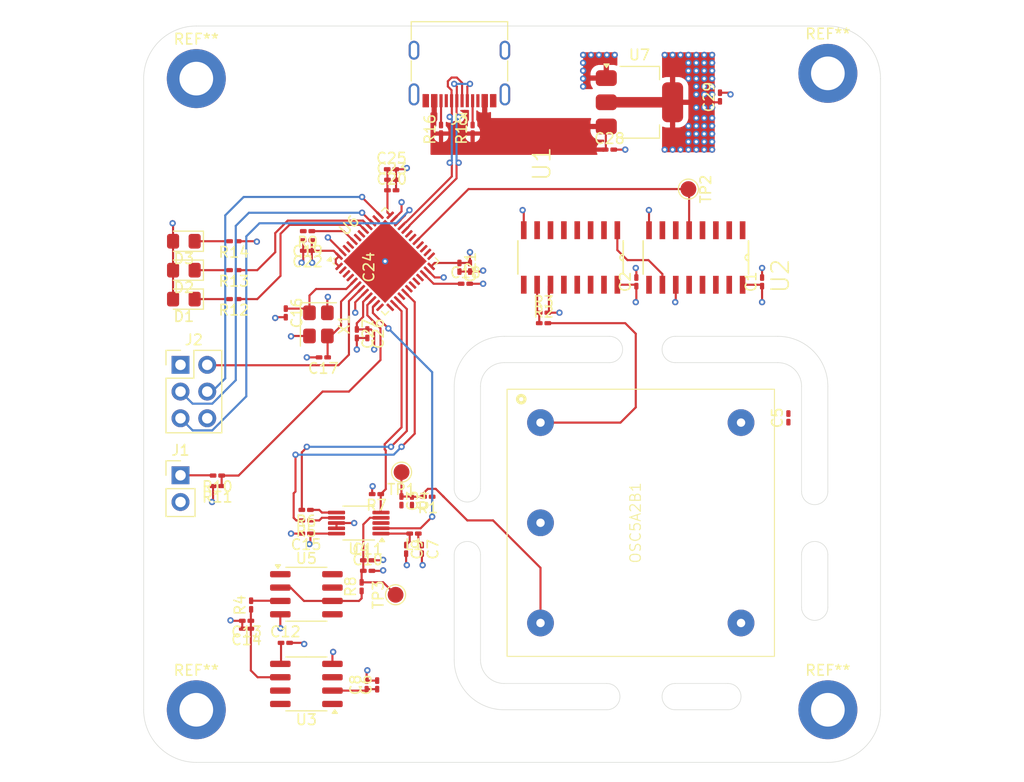
<source format=kicad_pcb>
(kicad_pcb (version 20241229) (generator "pcbnew") (generator_version "9.0")
  (layers (0 "F.Cu" signal) (4 "In1.Cu" signal) (6 "In2.Cu" signal) (2 "B.Cu" signal) (13 "F.Paste" user) (15 "B.Paste" user) (5 "F.SilkS" user "F.Silkscreen") (7 "B.SilkS" user "B.Silkscreen") (1 "F.Mask" user) (3 "B.Mask" user) (25 "Edge.Cuts" user))
  (net 0 "")
  (net 2 "VCC_5V")
  (net 3 "OCXO_Vref")
  (net 4 "GND")
  (net 5 "OCXO_Out")
  (net 17 "CNT_Q11")
  (net 21 "DAC_Vref")
  (net 30 "Net-(OSC5A2B1-Vref)")
  (net 31 "AD5541A_CS")
  (net 32 "AD5541A_DIN")
  (net 33 "AD5541A_SCLK")
  (net 34 "V_OCXO_Buffer")
  (net 35 "Net-(U4-VDD)")
  (net 36 "Net-(U3-Trim{slash}NR)")
  (net 37 "Net-(U3-Vout)")
  (net 38 "VDDA_3V3")
  (net 39 "OSC_IN")
  (net 40 "OSC_OUT")
  (net 41 "Net-(U6-VCAP1)")
  (net 42 "Net-(D1-K)")
  (net 43 "Net-(D2-K)")
  (net 44 "Net-(D3-K)")
  (net 45 "PPS_5V")
  (net 46 "SWCLK")
  (net 47 "SWO")
  (net 48 "SWDIO")
  (net 49 "NRST")
  (net 50 "Net-(J3-CC2)")
  (net 51 "Net-(J3-CC1)")
  (net 52 "Net-(U5-+)")
  (net 53 "Net-(U4-DIN)")
  (net 54 "Net-(U4-SCLK)")
  (net 55 "Net-(U6-BOOT0)")
  (net 56 "PPS_3V3")
  (net 57 "LED1")
  (net 58 "LED2")
  (net 85 "Net-(U1-~CP)")
  (net 86 "OCXO_625KHZ")
  (net 89 "USB_P")
  (net 90 "USB_N")
  (footprint "LED_SMD:LED_0805_2012Metric_Pad1.15x1.40mm_HandSolder" (layer "F.Cu") (at 111.5675 85.21 180)
    (property "Reference" "D3")
    (property "Value" "LED")
  )
  (footprint "Package_SO:SOIC-8_3.9x4.9mm_P1.27mm" (layer "F.Cu") (at 123.2075 118.7675)
    (property "Reference" "U5")
    (property "Value" "OPA197xD")
  )
  (footprint "MountingHole:MountingHole_3.2mm_M3_DIN965_Pad_TopBottom" (layer "F.Cu") (at 112.75 69.75)
    (property "Reference" "REF**")
    (property "Value" "MountingHole_3.2mm_M3_DIN965_Pad_TopBottom")
  )
  (footprint "Resistor_SMD:R_0201_0603Metric_Pad0.64x0.40mm_HandSolder" (layer "F.Cu") (at 134.75 109.5 180)
    (property "Reference" "R1")
    (property "Value" "100")
  )
  (footprint "Capacitor_SMD:C_0201_0603Metric_Pad0.64x0.40mm_HandSolder" (layer "F.Cu") (at 138.3175 89.25)
    (property "Reference" "C18")
    (property "Value" "4.7u")
  )
  (footprint "Resistor_SMD:R_0201_0603Metric_Pad0.64x0.40mm_HandSolder" (layer "F.Cu") (at 145.7375 93)
    (property "Reference" "R2")
    (property "Value" "1.1k")
  )
  (footprint "Capacitor_SMD:C_0201_0603Metric_Pad0.64x0.40mm_HandSolder" (layer "F.Cu") (at 133.2375 109.885 -90)
    (property "Reference" "C4")
    (property "Value" "100n")
  )
  (footprint "Connector_PinHeader_2.54mm:PinHeader_1x02_P2.54mm_Vertical" (layer "F.Cu") (at 111.25 107.46)
    (property "Reference" "J1")
    (property "Value" "Conn_01x02")
  )
  (footprint "Capacitor_SMD:C_0201_0603Metric_Pad0.64x0.40mm_HandSolder" (layer "F.Cu") (at 169 102 90)
    (property "Reference" "C5")
    (property "Value" "100n")
  )
  (footprint "Capacitor_SMD:C_0201_0603Metric_Pad0.64x0.40mm_HandSolder" (layer "F.Cu") (at 137.75 87.6825 -90)
    (property "Reference" "C21")
    (property "Value" "100n")
  )
  (footprint "Resistor_SMD:R_0201_0603Metric_Pad0.64x0.40mm_HandSolder" (layer "F.Cu") (at 116.3175 87.96 180)
    (property "Reference" "R13")
    (property "Value" "1.1k")
  )
  (footprint "Resistor_SMD:R_0201_0603Metric_Pad0.64x0.40mm_HandSolder" (layer "F.Cu") (at 145.7375 92)
    (property "Reference" "R3")
    (property "Value" "2.2k")
  )
  (footprint "TestPoint:TestPoint_Pad_D1.5mm" (layer "F.Cu") (at 131.6825 118.8175 90)
    (property "Reference" "TP3")
    (property "Value" "TestPoint")
  )
  (footprint "Crystal:Crystal_SMD_3225-4Pin_3.2x2.5mm" (layer "F.Cu") (at 124.35 93.115 -90)
    (property "Reference" "X1")
    (property "Value" "X322516MLB4SI")
  )
  (footprint "Capacitor_SMD:C_0201_0603Metric_Pad0.64x0.40mm_HandSolder" (layer "F.Cu") (at 121.2075 123.3875)
    (property "Reference" "C12")
    (property "Value" "1u")
  )
  (footprint "Package_DFN_QFN:QFN-48-1EP_7x7mm_P0.5mm_EP5.6x5.6mm" (layer "F.Cu") (at 130.6875 87.115 45)
    (property "Reference" "U6")
    (property "Value" "STM32F411CEUx")
  )
  (footprint "Capacitor_SMD:C_0201_0603Metric_Pad0.64x0.40mm_HandSolder" (layer "F.Cu") (at 123.1825 113 180)
    (property "Reference" "C15")
    (property "Value" "100n")
  )
  (footprint "Capacitor_SMD:C_0201_0603Metric_Pad0.64x0.40mm_HandSolder" (layer "F.Cu") (at 131.3175 80.365)
    (property "Reference" "C20")
    (property "Value" "100n")
  )
  (footprint "Resistor_SMD:R_0201_0603Metric_Pad0.64x0.40mm_HandSolder" (layer "F.Cu") (at 128.4575 118.0425 90)
    (property "Reference" "R8")
    (property "Value" "33")
  )
  (footprint "Capacitor_SMD:C_0201_0603Metric_Pad0.64x0.40mm_HandSolder" (layer "F.Cu") (at 138.75 87.6825 -90)
    (property "Reference" "C24")
    (property "Value" "100n")
  )
  (footprint "Capacitor_SMD:C_0201_0603Metric_Pad0.64x0.40mm_HandSolder" (layer "F.Cu") (at 129.025 115.5425)
    (property "Reference" "C11")
    (property "Value" "100n")
  )
  (footprint "Capacitor_SMD:C_0201_0603Metric_Pad0.64x0.40mm_HandSolder" (layer "F.Cu") (at 132.2375 109.885 -90)
    (property "Reference" "C3")
    (property "Value" "10u")
  )
  (footprint "Resistor_SMD:R_0201_0603Metric_Pad0.64x0.40mm_HandSolder" (layer "F.Cu") (at 136 74.5675 90)
    (property "Reference" "R16")
    (property "Value" "22k")
  )
  (footprint "Resistor_SMD:R_0201_0603Metric_Pad0.64x0.40mm_HandSolder" (layer "F.Cu") (at 114.75 108.485 180)
    (property "Reference" "R11")
    (property "Value" "2.2k")
  )
  (footprint "Capacitor_SMD:C_0201_0603Metric_Pad0.64x0.40mm_HandSolder" (layer "F.Cu") (at 128 94 -90)
    (property "Reference" "C27")
    (property "Value" "100n")
  )
  (footprint "Package_TO_SOT_SMD:SOT-223-3_TabPin2" (layer "F.Cu") (at 154.85 72)
    (property "Reference" "U7")
    (property "Value" "AMS1117-3.3")
  )
  (footprint "LED_SMD:LED_0805_2012Metric_Pad1.15x1.40mm_HandSolder" (layer "F.Cu") (at 111.5675 90.71 180)
    (property "Reference" "D1")
    (property "Value" "LED")
  )
  (footprint "Capacitor_SMD:C_0201_0603Metric_Pad0.64x0.40mm_HandSolder" (layer "F.Cu") (at 134.1825 114.5 -90)
    (property "Reference" "C7")
    (property "Value" "100n")
  )
  (footprint "Capacitor_SMD:C_0201_0603Metric_Pad0.64x0.40mm_HandSolder" (layer "F.Cu") (at 124.8175 96.25 180)
    (property "Reference" "C17")
    (property "Value" "12p")
  )
  (footprint "Resistor_SMD:R_0201_0603Metric_Pad0.64x0.40mm_HandSolder" (layer "F.Cu") (at 116.3175 90.71 180)
    (property "Reference" "R12")
    (property "Value" "1.1k")
  )
  (footprint "TestPoint:TestPoint_Pad_D1.5mm" (layer "F.Cu") (at 159.5 80.25 -90)
    (property "Reference" "TP2")
    (property "Value" "TestPoint")
  )
  (footprint "MountingHole:MountingHole_3.2mm_M3_DIN965_Pad_TopBottom" (layer "F.Cu") (at 172.75 129.75)
    (property "Reference" "REF**")
    (property "Value" "MountingHole_3.2mm_M3_DIN965_Pad_TopBottom")
  )
  (footprint "Capacitor_SMD:C_0201_0603Metric_Pad0.64x0.40mm_HandSolder" (layer "F.Cu") (at 128.9325 127.385 90)
    (property "Reference" "C8")
    (property "Value" "100n")
  )
  (footprint "Resistor_SMD:R_0201_0603Metric_Pad0.64x0.40mm_HandSolder" (layer "F.Cu") (at 123.3175 84.25 180)
    (property "Reference" "R9")
    (property "Value" "10k")
  )
  (footprint "Connector_USB:USB_C_Receptacle_G-Switch_GT-USB-7010ASV" (layer "F.Cu") (at 137.75 68.125 180)
    (property "Reference" "J3")
    (property "Value" "USB_C_Receptacle_USB2.0_14P")
  )
  (footprint "MountingHole:MountingHole_3.2mm_M3_DIN965_Pad_TopBottom" (layer "F.Cu") (at 172.75 69.25)
    (property "Reference" "REF**")
    (property "Value" "MountingHole_3.2mm_M3_DIN965_Pad_TopBottom")
  )
  (footprint "nexperia:SOIC127P600X175-16N" (layer "F.Cu") (at 148.305 86.75 -90)
    (property "Reference" "U1")
    (property "Value" "74HC4040D_652")
  )
  (footprint "Resistor_SMD:R_0201_0603Metric_Pad0.64x0.40mm_HandSolder" (layer "F.Cu") (at 123.1825 110.75 180)
    (property "Reference" "R6")
    (property "Value" "100")
  )
  (footprint "nexperia:SOIC127P600X175-16N" (layer "F.Cu") (at 160.205 86.755 -90)
    (property "Reference" "U2")
    (property "Value" "74HC4040D_652")
  )
  (footprint "Capacitor_SMD:C_0201_0603Metric_Pad0.64x0.40mm_HandSolder" (layer "F.Cu") (at 166.5 89.0675 90)
    (property "Reference" "C1")
    (property "Value" "100n")
  )
  (footprint "Package_SO:MSOP-10_3x3mm_P0.5mm" (layer "F.Cu") (at 128.1825 112 180)
    (property "Reference" "U4")
    (property "Value" "AD5541A")
  )
  (footprint "Capacitor_SMD:C_0201_0603Metric_Pad0.64x0.40mm_HandSolder" (layer "F.Cu") (at 162.5 71.5 90)
    (property "Reference" "C29")
    (property "Value" "10u")
  )
  (footprint "Capacitor_SMD:C_0201_0603Metric_Pad0.64x0.40mm_HandSolder" (layer "F.Cu") (at 133.4325 113 180)
    (property "Reference" "L1")
    (property "Value" "10u")
  )
  (footprint "Capacitor_SMD:C_0201_0603Metric_Pad0.64x0.40mm_HandSolder" (layer "F.Cu") (at 129.9325 127.385 90)
    (property "Reference" "C6")
    (property "Value" "1u")
  )
  (footprint "Resistor_SMD:R_0201_0603Metric_Pad0.64x0.40mm_HandSolder" (layer "F.Cu") (at 116.3175 85.21 180)
    (property "Reference" "R14")
    (property "Value" "1.1k")
  )
  (footprint "TestPoint:TestPoint_Pad_D1.5mm" (layer "F.Cu") (at 132.25 107.1575 180)
    (property "Reference" "TP1")
    (property "Value" "TestPoint")
  )
  (footprint "Capacitor_SMD:C_0201_0603Metric_Pad0.64x0.40mm_HandSolder" (layer "F.Cu") (at 152 76.5)
    (property "Reference" "C28")
    (property "Value" "10u")
  )
  (footprint "Capacitor_SMD:C_0201_0603Metric_Pad0.64x0.40mm_HandSolder" (layer "F.Cu") (at 132.6825 114.5 -90)
    (property "Reference" "C9")
    (property "Value" "100n")
  )
  (footprint "MountingHole:MountingHole_3.2mm_M3_DIN965_Pad_TopBottom" (layer "F.Cu") (at 112.75 129.75)
    (property "Reference" "REF**")
    (property "Value" "MountingHole_3.2mm_M3_DIN965_Pad_TopBottom")
  )
  (footprint "Capacitor_SMD:C_0201_0603Metric_Pad0.64x0.40mm_HandSolder" (layer "F.Cu") (at 129.025 116.5425)
    (property "Reference" "C10")
    (property "Value" "10u")
  )
  (footprint "Resistor_SMD:R_0201_0603Metric_Pad0.64x0.40mm_HandSolder" (layer "F.Cu") (at 114.75 107.485 180)
    (property "Reference" "R10")
    (property "Value" "1.1k")
  )
  (footprint "Capacitor_SMD:C_0201_0603Metric_Pad0.64x0.40mm_HandSolder" (layer "F.Cu") (at 123.3175 85.115 180)
    (property "Reference" "C19")
    (property "Value" "100n")
  )
  (footprint "Capacitor_SMD:C_0201_0603Metric_Pad0.64x0.40mm_HandSolder" (layer "F.Cu") (at 131.3175 79.365)
    (property "Reference" "C23")
    (property "Value" "100n")
  )
  (footprint "LED_SMD:LED_0805_2012Metric_Pad1.15x1.40mm_HandSolder" (layer "F.Cu") (at 111.5675 87.96 180)
    (property "Reference" "D2")
    (property "Value" "LED")
  )
  (footprint "Resistor_SMD:R_0201_0603Metric_Pad0.64x0.40mm_HandSolder" (layer "F.Cu") (at 117.9575 119.7925 90)
    (property "Reference" "R4")
    (property "Value" "33")
  )
  (footprint "Capacitor_SMD:C_0201_0603Metric_Pad0.64x0.40mm_HandSolder" (layer "F.Cu") (at 131.2925 78.365)
    (property "Reference" "C25")
    (property "Value" "4.7u")
  )
  (footprint "Capacitor_SMD:C_0201_0603Metric_Pad0.64x0.40mm_HandSolder" (layer "F.Cu") (at 154.555 89.0675 90)
    (property "Reference" "C2")
    (property "Value" "100n")
  )
  (footprint "Package_SO:SOIC-8_3.9x4.9mm_P1.27mm" (layer "F.Cu") (at 123.2075 127.2925 180)
    (property "Reference" "U3")
    (property "Value" "REF5040AD")
  )
  (footprint "Capacitor_SMD:C_0201_0603Metric_Pad0.64x0.40mm_HandSolder" (layer "F.Cu") (at 117.525 121.2925 180)
    (property "Reference" "C13")
    (property "Value" "10u")
  )
  (footprint "Capacitor_SMD:C_0201_0603Metric_Pad0.64x0.40mm_HandSolder" (layer "F.Cu") (at 123.3175 86.115 180)
    (property "Reference" "C22")
    (property "Value" "100n")
  )
  (footprint "Connector_PinHeader_2.54mm:PinHeader_2x03_P2.54mm_Vertical" (layer "F.Cu") (at 111.25 96.96)
    (property "Reference" "J2")
    (property "Value" "Conn_02x03_Top_Bottom")
  )
  (footprint "Resistor_SMD:R_0201_0603Metric_Pad0.64x0.40mm_HandSolder" (layer "F.Cu") (at 139 74.5675 90)
    (property "Reference" "R15")
    (property "Value" "22k")
  )
  (footprint "Resistor_SMD:R_0201_0603Metric_Pad0.64x0.40mm_HandSolder" (layer "F.Cu") (at 129.865 109.25 180)
    (property "Reference" "R7")
    (property "Value" "10k")
  )
  (footprint "Capacitor_SMD:C_0201_0603Metric_Pad0.64x0.40mm_HandSolder" (layer "F.Cu") (at 129 94 -90)
    (property "Reference" "C26")
    (property "Value" "1u")
  )
  (footprint "Resistor_SMD:R_0201_0603Metric_Pad0.64x0.40mm_HandSolder" (layer "F.Cu") (at 123.1825 111.75 180)
    (property "Reference" "R5")
    (property "Value" "100")
  )
  (footprint "OCXO:OSC5A2B02" (layer "F.Cu") (at 154.975 111.975 90)
    (property "Reference" "OSC5A2B1")
    (property "Value" "~")
  )
  (footprint "Capacitor_SMD:C_0201_0603Metric_Pad0.64x0.40mm_HandSolder" (layer "F.Cu") (at 121.25 92.0225 -90)
    (property "Reference" "C16")
    (property "Value" "12p")
  )
  (footprint "Capacitor_SMD:C_0201_0603Metric_Pad0.64x0.40mm_HandSolder" (layer "F.Cu") (at 117.525 122.0425 180)
    (property "Reference" "C14")
    (property "Value" "100n")
  )
  (gr_arc (start 142 127.25) (mid 140.40901 126.59099) (end 139.75 125) (stroke (width 0.05)) (layer "Edge.Cuts"))
  (gr_arc (start 168 94.25) (mid 171.358757 95.641243) (end 172.75 99) (stroke (width 0.05)) (layer "Edge.Cuts"))
  (gr_arc (start 168 96.75) (mid 169.59099 97.40901) (end 170.25 99) (stroke (width 0.05)) (layer "Edge.Cuts"))
  (gr_arc (start 170.25 115) (mid 171.5 113.75) (end 172.75 115) (stroke (width 0.05)) (layer "Edge.Cuts"))
  (gr_arc (start 158.25 96.75) (mid 157 95.5) (end 158.25 94.25) (stroke (width 0.05)) (layer "Edge.Cuts"))
  (gr_line (start 170.25 120) (end 170.25 115) (stroke (width 0.05)) (layer "Edge.Cuts"))
  (gr_line (start 158.25 129.75) (end 163.25 129.75) (stroke (width 0.05)) (layer "Edge.Cuts"))
  (gr_line (start 168 94.25) (end 158.25 94.25) (stroke (width 0.05)) (layer "Edge.Cuts"))
  (gr_line (start 158.25 127.25) (end 163.25 127.25) (stroke (width 0.05)) (layer "Edge.Cuts"))
  (gr_arc (start 107.75 69.75) (mid 109.214466 66.214466) (end 112.75 64.75) (stroke (width 0.05)) (layer "Edge.Cuts"))
  (gr_arc (start 137.25 115) (mid 138.5 113.75) (end 139.75 115) (stroke (width 0.05)) (layer "Edge.Cuts"))
  (gr_line (start 142 127.25) (end 151.75 127.25) (stroke (width 0.05)) (layer "Edge.Cuts"))
  (gr_arc (start 151.75 127.25) (mid 153 128.5) (end 151.75 129.75) (stroke (width 0.05)) (layer "Edge.Cuts"))
  (gr_arc (start 172.75 109) (mid 171.5 110.25) (end 170.25 109) (stroke (width 0.05)) (layer "Edge.Cuts"))
  (gr_line (start 142 94.25) (end 152 94.25) (stroke (width 0.05)) (layer "Edge.Cuts"))
  (gr_line (start 112.75 134.75) (end 172.75 134.75) (stroke (width 0.05)) (layer "Edge.Cuts"))
  (gr_arc (start 112.75 134.75) (mid 109.214466 133.285534) (end 107.75 129.75) (stroke (width 0.05)) (layer "Edge.Cuts"))
  (gr_line (start 170.25 99) (end 170.25 109) (stroke (width 0.05)) (layer "Edge.Cuts"))
  (gr_line (start 177.75 129.75) (end 177.75 69.75) (stroke (width 0.05)) (layer "Edge.Cuts"))
  (gr_arc (start 163.25 127.25) (mid 164.5 128.5) (end 163.25 129.75) (stroke (width 0.05)) (layer "Edge.Cuts"))
  (gr_line (start 139.75 99) (end 139.75 108.75) (stroke (width 0.05)) (layer "Edge.Cuts"))
  (gr_arc (start 137.25 99) (mid 138.641243 95.641243) (end 142 94.25) (stroke (width 0.05)) (layer "Edge.Cuts"))
  (gr_line (start 112.75 64.75) (end 172.75 64.75) (stroke (width 0.05)) (layer "Edge.Cuts"))
  (gr_line (start 139.75 125) (end 139.75 115) (stroke (width 0.05)) (layer "Edge.Cuts"))
  (gr_line (start 107.75 69.75) (end 107.75 129.75) (stroke (width 0.05)) (layer "Edge.Cuts"))
  (gr_arc (start 142 129.75) (mid 138.641243 128.358757) (end 137.25 125) (stroke (width 0.05)) (layer "Edge.Cuts"))
  (gr_line (start 172.75 99) (end 172.75 109) (stroke (width 0.05)) (layer "Edge.Cuts"))
  (gr_arc (start 158.25 129.75) (mid 157 128.5) (end 158.25 127.25) (stroke (width 0.05)) (layer "Edge.Cuts"))
  (gr_line (start 142 129.75) (end 151.75 129.75) (stroke (width 0.05)) (layer "Edge.Cuts"))
  (gr_arc (start 139.75 108.75) (mid 138.5 110) (end 137.25 108.75) (stroke (width 0.05)) (layer "Edge.Cuts"))
  (gr_arc (start 177.75 129.75) (mid 176.285534 133.285534) (end 172.75 134.75) (stroke (width 0.05)) (layer "Edge.Cuts"))
  (gr_arc (start 172.75 120) (mid 171.5 121.25) (end 170.25 120) (stroke (width 0.05)) (layer "Edge.Cuts"))
  (gr_line (start 137.25 125) (end 137.25 115) (stroke (width 0.05)) (layer "Edge.Cuts"))
  (gr_arc (start 139.75 99) (mid 140.40901 97.40901) (end 142 96.75) (stroke (width 0.05)) (layer "Edge.Cuts"))
  (gr_line (start 168 96.75) (end 158.25 96.75) (stroke (width 0.05)) (layer "Edge.Cuts"))
  (gr_line (start 137.25 99) (end 137.25 108.75) (stroke (width 0.05)) (layer "Edge.Cuts"))
  (gr_line (start 142 96.75) (end 152 96.75) (stroke (width 0.05)) (layer "Edge.Cuts"))
  (gr_line (start 172.75 120) (end 172.75 115) (stroke (width 0.05)) (layer "Edge.Cuts"))
  (gr_arc (start 152 94.25) (mid 153.25 95.5) (end 152 96.75) (stroke (width 0.05)) (layer "Edge.Cuts"))
  (gr_arc (start 172.75 64.75) (mid 176.285534 66.214466) (end 177.75 69.75) (stroke (width 0.05)) (layer "Edge.Cuts"))
  (segment (start 151.5925 74.4075) (end 151.7 74.3) (width 0.2) (layer "F.Cu") (net 2))
  (segment (start 133.84 113) (end 133.84 113.75) (width 0.2) (layer "F.Cu") (net 2))
  (segment (start 129.9325 127.7925) (end 128.9325 127.7925) (width 0.2) (layer "F.Cu") (net 2))
  (segment (start 151.6575 76.5) (end 151.6575 74.3425) (width 0.2) (layer "F.Cu") (net 2))
  (segment (start 151.6575 74.3425) (end 151.7 74.3) (width 0.2) (layer "F.Cu") (net 2))
  (segment (start 164.425 102.375) (end 164.5 102.45) (width 0.2) (layer "F.Cu") (net 2))
  (segment (start 128.7975 127.9275) (end 128.9325 127.7925) (width 0.2) (layer "F.Cu") (net 2))
  (segment (start 125.9075 127.9275) (end 128.7975 127.9275) (width 0.2) (layer "F.Cu") (net 2))
  (segment (start 133.84 113.75) (end 134.1825 114.0925) (width 0.2) (layer "F.Cu") (net 2))
  (segment (start 130.295 112.5) (end 134.055 112.5) (width 0.2) (layer "F.Cu") (net 3))
  (segment (start 134.055 112.5) (end 135.1575 111.3975) (width 0.2) (layer "F.Cu") (net 3))
  (segment (start 129.847811 91.13667) (end 129.52728 91.457201) (width 0.2) (layer "F.Cu") (net 3))
  (segment (start 135.1575 109.5) (end 135.1575 111.3975) (width 0.2) (layer "F.Cu") (net 3))
  (segment (start 129.52728 91.457201) (end 129.52728 92.02728) (width 0.2) (layer "F.Cu") (net 3))
  (segment (start 129.52728 92.02728) (end 131 93.5) (width 0.2) (layer "F.Cu") (net 3))
  (via (at 135.1575 111.3975) (size 0.6) (drill 0.3) (layers "F.Cu" "B.Cu") (net 3))
  (via (at 131 93.5) (size 0.6) (drill 0.3) (layers "F.Cu" "B.Cu") (net 3))
  (segment (start 135.1575 97.6575) (end 134.625 97.125) (width 0.2) (layer "B.Cu") (net 3))
  (segment (start 131 93.5) (end 134.625 97.125) (width 0.2) (layer "B.Cu") (net 3))
  (segment (start 135.1575 111.3975) (end 135.1575 97.6575) (width 0.2) (layer "B.Cu") (net 3))
  (segment (start 122.8875 123.3875) (end 123 123.5) (width 0.2) (layer "F.Cu") (net 4))
  (segment (start 131.527189 83.09333) (end 132.25 82.370519) (width 0.2) (layer "F.Cu") (net 4))
  (segment (start 122.91 85.115) (end 122.91 86.115) (width 0.2) (layer "F.Cu") (net 4))
  (segment (start 131.7 78.365) (end 132.635 78.365) (width 0.2) (layer "F.Cu") (net 4))
  (segment (start 131.725 79.365) (end 131.725 78.39) (width 0.2) (layer "F.Cu") (net 4))
  (segment (start 129.4325 116.5425) (end 130.4575 116.5425) (width 0.2) (layer "F.Cu") (net 4))
  (segment (start 129 94.4075) (end 128 94.4075) (width 0.2) (layer "F.Cu") (net 4))
  (segment (start 121.25 92.43) (end 120.32 92.43) (width 0.2) (layer "F.Cu") (net 4))
  (segment (start 158.3 90.95) (end 158.25 91) (width 0.2) (layer "F.Cu") (net 4))
  (segment (start 124.41 96.25) (end 123.25 96.25) (width 0.2) (layer "F.Cu") (net 4))
  (segment (start 120.7325 120.6725) (end 120.7325 121.9825) (width 0.2) (layer "F.Cu") (net 4))
  (segment (start 152.4075 76.5) (end 153.5 76.5) (width 0.2) (layer "F.Cu") (net 4))
  (segment (start 117.1175 121.2925) (end 116.0425 121.2925) (width 0.2) (layer "F.Cu") (net 4))
  (segment (start 122.775 113) (end 121.75 113) (width 0.2) (layer "F.Cu") (net 4))
  (segment (start 138.725 89.25) (end 140 89.25) (width 0.2) (layer "F.Cu") (net 4))
  (segment (start 126.07 112.5) (end 126.07 112) (width 0.2) (layer "F.Cu") (net 4))
  (segment (start 132.6825 114.9075) (end 132.6825 115.9325) (width 0.2) (layer "F.Cu") (net 4))
  (segment (start 116.725 85.21) (end 118.46 85.21) (width 0.2) (layer "F.Cu") (net 4))
  (segment (start 128.9325 126.9775) (end 128.9325 126.0675) (width 0.2) (layer "F.Cu") (net 4))
  (segment (start 114.3425 109.9075) (end 114.25 110) (width 0.2) (layer "F.Cu") (net 4))
  (segment (start 123.5 94.215) (end 121.785 94.215) (width 0.2) (layer "F.Cu") (net 4))
  (segment (start 146.25 89.4908) (end 146.25 91.895) (width 0.2) (layer "F.Cu") (net 4))
  (segment (start 129.9325 126.9775) (end 128.9325 126.9775) (width 0.2) (layer "F.Cu") (net 4))
  (segment (start 134.1825 115.9325) (end 134.25 116) (width 0.2) (layer "F.Cu") (net 4))
  (segment (start 132.635 78.365) (end 132.75 78.25) (width 0.2) (layer "F.Cu") (net 4))
  (segment (start 125.2 92.015) (end 125.2 90.55) (width 0.2) (layer "F.Cu") (net 4))
  (segment (start 132.25 82.370519) (end 132.25 81.5) (width 0.2) (layer "F.Cu") (net 4))
  (segment (start 137.75 88.09) (end 138.75 88.09) (width 0.2) (layer "F.Cu") (net 4))
  (segment (start 117.1175 122.0425) (end 117.1175 121.2925) (width 0.2) (layer "F.Cu") (net 4))
  (segment (start 125.6825 124.3175) (end 125.75 124.25) (width 0.2) (layer "F.Cu") (net 4))
  (segment (start 125.6825 125.3875) (end 125.6825 124.3175) (width 0.2) (layer "F.Cu") (net 4))
  (segment (start 130.4575 116.5425) (end 130.5 116.5) (width 0.2) (layer "F.Cu") (net 4))
  (segment (start 162.5 71.0925) (end 163.3425 71.0925) (width 0.2) (layer "F.Cu") (net 4))
  (segment (start 126.66583 86.26583) (end 125.25 84.85) (width 0.2) (layer "F.Cu") (net 4))
  (segment (start 154.555 87.805) (end 154.5 87.75) (width 0.2) (layer "F.Cu") (net 4))
  (segment (start 126.66583 86.275311) (end 126.66583 86.26583) (width 0.2) (layer "F.Cu") (net 4))
  (segment (start 116.0425 121.2925) (end 116 121.25) (width 0.2) (layer "F.Cu") (net 4))
  (segment (start 138.75 88.09) (end 139.91 88.09) (width 0.2) (layer "F.Cu") (net 4))
  (segment (start 120.7325 121.9825) (end 120.75 122) (width 0.2) (layer "F.Cu") (net 4))
  (segment (start 121.785 94.215) (end 121.75 94.25) (width 0.2) (layer "F.Cu") (net 4))
  (segment (start 126.07 112) (end 127.75 112) (width 0.2) (layer "F.Cu") (net 4))
  (segment (start 114.3425 108.485) (end 114.3425 109.9075) (width 0.2) (layer "F.Cu") (net 4))
  (segment (start 122.91 86.115) (end 122.91 87.09) (width 0.2) (layer "F.Cu") (net 4))
  (segment (start 131.725 78.39) (end 131.7 78.365) (width 0.2) (layer "F.Cu") (net 4))
  (segment (start 163.3425 71.0925) (end 163.5 71.25) (width 0.2) (layer "F.Cu") (net 4))
  (segment (start 146.4 89.3408) (end 146.25 89.4908) (width 0.2) (layer "F.Cu") (net 4))
  (segment (start 121.615 123.3875) (end 122.8875 123.3875) (width 0.2) (layer "F.Cu") (net 4))
  (segment (start 143.86 82.36) (end 143.75 82.25) (width 0.2) (layer "F.Cu") (net 4))
  (segment (start 166.5 88.66) (end 166.5 87.75) (width 0.2) (layer "F.Cu") (net 4))
  (segment (start 127.85 91.013161) (end 128.787151 90.07601) (width 0.2) (layer "F.Cu") (net 4))
  (segment (start 118.46 85.21) (end 118.5 85.25) (width 0.2) (layer "F.Cu") (net 4))
  (segment (start 130.4575 115.5425) (end 130.5 115.5) (width 0.2) (layer "F.Cu") (net 4))
  (segment (start 128.9325 126.0675) (end 129 126) (width 0.2) (layer "F.Cu") (net 4))
  (segment (start 155.76 84.1642) (end 155.76 82.26) (width 0.2) (layer "F.Cu") (net 4))
  (segment (start 134.1825 114.9075) (end 134.1825 115.9325) (width 0.2) (layer "F.Cu") (net 4))
  (segment (start 132.6825 115.9325) (end 132.75 116) (width 0.2) (layer "F.Cu") (net 4))
  (segment (start 143.86 84.1592) (end 143.86 82.36) (width 0.2) (layer "F.Cu") (net 4))
  (segment (start 146.25 91.895) (end 146.145 92) (width 0.2) (layer "F.Cu") (net 4))
  (segment (start 155.76 82.26) (end 155.75 82.25) (width 0.2) (layer "F.Cu") (net 4))
  (segment (start 127.85 92) (end 127.85 91.013161) (width 0.2) (layer "F.Cu") (net 4))
  (segment (start 131.725 80.365) (end 131.725 79.365) (width 0.2) (layer "F.Cu") (net 4))
  (segment (start 129.4325 115.5425) (end 130.4575 115.5425) (width 0.2) (layer "F.Cu") (net 4))
  (segment (start 122.91 87.09) (end 122.75 87.25) (width 0.2) (layer "F.Cu") (net 4))
  (segment (start 135.404481 88.65) (end 136.25 88.65) (width 0.2) (layer "F.Cu") (net 4))
  (segment (start 139.91 88.09) (end 140 88) (width 0.2) (layer "F.Cu") (net 4))
  (segment (start 120.32 92.43) (end 120.25 92.5) (width 0.2) (layer "F.Cu") (net 4))
  (segment (start 125.2 90.55) (end 125.25 90.5) (width 0.2) (layer "F.Cu") (net 4))
  (segment (start 146.145 92) (end 147.25 92) (width 0.2) (layer "F.Cu") (net 4))
  (segment (start 134.70917 87.954689) (end 135.404481 88.65) (width 0.2) (layer "F.Cu") (net 4))
  (segment (start 154.555 88.66) (end 154.555 87.805) (width 0.2) (layer "F.Cu") (net 4))
  (segment (start 128 95.5) (end 128 94.4075) (width 0.2) (layer "F.Cu") (net 4))
  (segment (start 158.3 89.3458) (end 158.3 90.95) (width 0.2) (layer "F.Cu") (net 4))
  (via (at 120.25 92.5) (size 0.6) (drill 0.3) (layers "F.Cu" "B.Cu") (net 4))
  (via (at 123.25 96.25) (size 0.6) (drill 0.3) (layers "F.Cu" "B.Cu") (net 4))
  (via (at 166.5 87.75) (size 0.6) (drill 0.3) (layers "F.Cu" "B.Cu") (net 4))
  (via (at 121.75 94.25) (size 0.6) (drill 0.3) (layers "F.Cu" "B.Cu") (net 4))
  (via (at 132.75 116) (size 0.6) (drill 0.3) (layers "F.Cu" "B.Cu") (net 4))
  (via (at 127.75 112) (size 0.6) (drill 0.3) (layers "F.Cu" "B.Cu") (net 4))
  (via (at 134.25 116) (size 0.6) (drill 0.3) (layers "F.Cu" "B.Cu") (net 4))
  (via (at 150.25 67.5) (size 0.6) (drill 0.3) (layers "F.Cu" "B.Cu") (net 4))
  (via (at 121.75 113) (size 0.6) (drill 0.3) (layers "F.Cu" "B.Cu") (net 4))
  (via (at 149.5 69.75) (size 0.6) (drill 0.3) (layers "F.Cu" "B.Cu") (net 4))
  (via (at 114.25 110) (size 0.6) (drill 0.3) (layers "F.Cu" "B.Cu") (net 4))
  (via (at 151 67.5) (size 0.6) (drill 0.3) (layers "F.Cu" "B.Cu") (net 4))
  (via (at 149.5 67.5) (size 0.6) (drill 0.3) (layers "F.Cu" "B.Cu") (net 4))
  (via (at 154.5 87.75) (size 0.6) (drill 0.3) (layers "F.Cu" "B.Cu") (net 4))
  (via (at 116 121.25) (size 0.6) (drill 0.3) (layers "F.Cu" "B.Cu") (net 4))
  (via (at 125.25 90.5) (size 0.6) (drill 0.3) (layers "F.Cu" "B.Cu") (net 4))
  (via (at 158.25 91) (size 0.6) (drill 0.3) (layers "F.Cu" "B.Cu") (net 4))
  (via (at 123 123.5) (size 0.6) (drill 0.3) (layers "F.Cu" "B.Cu") (net 4))
  (via (at 120.75 122) (size 0.6) (drill 0.3) (layers "F.Cu" "B.Cu") (net 4))
  (via (at 151.75 67.5) (size 0.6) (drill 0.3) (layers "F.Cu" "B.Cu") (net 4))
  (via (at 136.25 88.65) (size 0.6) (drill 0.3) (layers "F.Cu" "B.Cu") (net 4))
  (via (at 129 126) (size 0.6) (drill 0.3) (layers "F.Cu" "B.Cu") (net 4))
  (via (at 163.5 71.25) (size 0.6) (drill 0.3) (layers "F.Cu" "B.Cu") (net 4))
  (via (at 140 89.25) (size 0.6) (drill 0.3) (layers "F.Cu" "B.Cu") (net 4))
  (via (at 152.5 67.5) (size 0.6) (drill 0.3) (layers "F.Cu" "B.Cu") (net 4))
  (via (at 128 95.5) (size 0.6) (drill 0.3) (layers "F.Cu" "B.Cu") (net 4))
  (via (at 132.25 81.5) (size 0.6) (drill 0.3) (layers "F.Cu" "B.Cu") (net 4))
  (via (at 140 88) (size 0.6) (drill 0.3) (layers "F.Cu" "B.Cu") (net 4))
  (via (at 153.5 76.5) (size 0.6) (drill 0.3) (layers "F.Cu" "B.Cu") (net 4))
  (via (at 125.75 124.25) (size 0.6) (drill 0.3) (layers "F.Cu" "B.Cu") (net 4))
  (via (at 149.5 70.5) (size 0.6) (drill 0.3) (layers "F.Cu" "B.Cu") (net 4))
  (via (at 143.75 82.25) (size 0.6) (drill 0.3) (layers "F.Cu" "B.Cu") (net 4))
  (via (at 155.75 82.25) (size 0.6) (drill 0.3) (layers "F.Cu" "B.Cu") (net 4))
  (via (at 130.5 116.5) (size 0.6) (drill 0.3) (layers "F.Cu" "B.Cu") (net 4))
  (via (at 130.6875 87.115) (size 0.6) (drill 0.3) (layers "F.Cu" "B.Cu") (net 4))
  (via (at 149.5 69) (size 0.6) (drill 0.3) (layers "F.Cu" "B.Cu") (net 4))
  (via (at 149.5 68.25) (size 0.6) (drill 0.3) (layers "F.Cu" "B.Cu") (net 4))
  (via (at 127.85 92) (size 0.6) (drill 0.3) (layers "F.Cu" "B.Cu") (net 4))
  (via (at 125.25 84.85) (size 0.6) (drill 0.3) (layers "F.Cu" "B.Cu") (net 4))
  (via (at 132.75 78.25) (size 0.6) (drill 0.3) (layers "F.Cu" "B.Cu") (net 4))
  (via (at 118.5 85.25) (size 0.6) (drill 0.3) (layers "F.Cu" "B.Cu") (net 4))
  (via (at 130.5 115.5) (size 0.6) (drill 0.3) (layers "F.Cu" "B.Cu") (net 4))
  (via (at 122.75 87.25) (size 0.6) (drill 0.3) (layers "F.Cu" "B.Cu") (net 4))
  (via (at 147.25 92) (size 0.6) (drill 0.3) (layers "F.Cu" "B.Cu") (net 4))
  (segment (start 153.5 93) (end 146.145 93) (width 0.2) (layer "F.Cu") (net 5))
  (segment (start 153.05 102.45) (end 154.5 101) (width 0.2) (layer "F.Cu") (net 5))
  (segment (start 154.5 101) (end 154.5 94) (width 0.2) (layer "F.Cu") (net 5))
  (segment (start 145.45 102.45) (end 153.05 102.45) (width 0.2) (layer "F.Cu") (net 5))
  (segment (start 146.145 93.105) (end 146.145 93) (width 0.2) (layer "F.Cu") (net 5))
  (segment (start 154.5 94) (end 153.5 93) (width 0.2) (layer "F.Cu") (net 5))
  (segment (start 153.705 87.005) (end 152.75 86.05) (width 0.2) (layer "F.Cu") (net 17))
  (segment (start 155.705 87.005) (end 153.705 87.005) (width 0.2) (layer "F.Cu") (net 17))
  (segment (start 152.75 86.05) (end 152.75 84.1592) (width 0.2) (layer "F.Cu") (net 17))
  (segment (start 157.03 89.5958) (end 157.03 88.33) (width 0.2) (layer "F.Cu") (net 17))
  (segment (start 157.03 88.33) (end 155.705 87.005) (width 0.2) (layer "F.Cu") (net 17))
  (segment (start 128.6175 115.5425) (end 128.6175 112.1325) (width 0.2) (layer "F.Cu") (net 21))
  (segment (start 128.6175 112.1325) (end 129.25 111.5) (width 0.2) (layer "F.Cu") (net 21))
  (segment (start 128.4575 117.635) (end 128.4575 116.7025) (width 0.2) (layer "F.Cu") (net 21))
  (segment (start 129.25 111.5) (end 130.295 111.5) (width 0.2) (layer "F.Cu") (net 21))
  (segment (start 128.4575 116.7025) (end 128.6175 116.5425) (width 0.2) (layer "F.Cu") (net 21))
  (segment (start 131.6825 118.8175) (end 130.5 117.635) (width 0.2) (layer "F.Cu") (net 21))
  (segment (start 130.5 117.635) (end 128.4575 117.635) (width 0.2) (layer "F.Cu") (net 21))
  (segment (start 128.525 115.45) (end 128.6175 115.5425) (width 0.2) (layer "F.Cu") (net 21))
  (segment (start 128.6175 116.5425) (end 128.6175 115.5425) (width 0.2) (layer "F.Cu") (net 21))
  (segment (start 134.75 108.75) (end 134.3425 109.1575) (width 0.2) (layer "F.Cu") (net 30))
  (segment (start 136.25 109.5) (end 138.5 111.75) (width 0.2) (layer "F.Cu") (net 30))
  (segment (start 132.2375 109.4775) (end 133.2375 109.4775) (width 0.2) (layer "F.Cu") (net 30))
  (segment (start 135.5 108.75) (end 134.75 108.75) (width 0.2) (layer "F.Cu") (net 30))
  (segment (start 132.2375 109.4775) (end 132.2375 107.17) (width 0.2) (layer "F.Cu") (net 30))
  (segment (start 134.3425 109.5) (end 133.26 109.5) (width 0.2) (layer "F.Cu") (net 30))
  (segment (start 133.26 109.5) (end 133.2375 109.4775) (width 0.2) (layer "F.Cu") (net 30))
  (segment (start 140.945 111.75) (end 145.45 116.255) (width 0.2) (layer "F.Cu") (net 30))
  (segment (start 136.16 109.41) (end 136.25 109.5) (width 0.2) (layer "F.Cu") (net 30))
  (segment (start 134.3425 109.1575) (end 134.3425 109.5) (width 0.2) (layer "F.Cu") (net 30))
  (segment (start 136.25 109.5) (end 135.5 108.75) (width 0.2) (layer "F.Cu") (net 30))
  (segment (start 145.315 121.635) (end 145.45 121.5) (width 0.2) (layer "F.Cu") (net 30))
  (segment (start 138.5 111.75) (end 140.945 111.75) (width 0.2) (layer "F.Cu") (net 30))
  (segment (start 145.45 116.255) (end 145.45 121.5) (width 0.2) (layer "F.Cu") (net 30))
  (segment (start 132.2375 107.17) (end 132.25 107.1575) (width 0.2) (layer "F.Cu") (net 30))
  (segment (start 130.2725 109.25) (end 130.2725 110.9775) (width 0.2) (layer "F.Cu") (net 31))
  (segment (start 130.649 104.501057) (end 132.25 102.900057) (width 0.2) (layer "F.Cu") (net 31))
  (segment (start 130.2725 109.25) (end 130.75 108.7725) (width 0.2) (layer "F.Cu") (net 31))
  (segment (start 130.75 108.7725) (end 130.75 105.099943) (width 0.2) (layer "F.Cu") (net 31))
  (segment (start 130.649 104.998943) (end 130.649 104.501057) (width 0.2) (layer "F.Cu") (net 31))
  (segment (start 130.75 105.099943) (end 130.649 104.998943) (width 0.2) (layer "F.Cu") (net 31))
  (segment (start 130.2725 110.9775) (end 130.295 111) (width 0.2) (layer "F.Cu") (net 31))
  (segment (start 132.25 102.900057) (end 132.25 91.859481) (width 0.2) (layer "F.Cu") (net 31))
  (segment (start 132.25 91.859481) (end 131.527189 91.13667) (width 0.2) (layer "F.Cu") (net 31))
  (segment (start 132.25 104.75) (end 133.5 103.5) (width 0.2) (layer "F.Cu") (net 32))
  (segment (start 133.5 90.988161) (end 132.587849 90.07601) (width 0.2) (layer "F.Cu") (net 32))
  (segment (start 122.175 109) (end 122 109.175) (width 0.2) (layer "F.Cu") (net 32))
  (segment (start 122.25 111.75) (end 122.775 111.75) (width 0.2) (layer "F.Cu") (net 32))
  (segment (start 122.175 105.5) (end 122.175 109) (width 0.2) (layer "F.Cu") (net 32))
  (segment (start 133.5 103.5) (end 133.5 90.988161) (width 0.2) (layer "F.Cu") (net 32))
  (segment (start 122 111.5) (end 122.25 111.75) (width 0.2) (layer "F.Cu") (net 32))
  (segment (start 122 109.175) (end 122 111.5) (width 0.2) (layer "F.Cu") (net 32))
  (via (at 122.175 105.5) (size 0.6) (drill 0.3) (layers "F.Cu" "B.Cu") (net 32))
  (via (at 132.25 104.75) (size 0.6) (drill 0.3) (layers "F.Cu" "B.Cu") (net 32))
  (segment (start 131.5 105.5) (end 132.25 104.75) (width 0.2) (layer "B.Cu") (net 32))
  (segment (start 122.175 105.5) (end 131.5 105.5) (width 0.2) (layer "B.Cu") (net 32))
  (segment (start 131.25 104.75) (end 132.75 103.25) (width 0.2) (layer "F.Cu") (net 33))
  (segment (start 123.25 104.75) (end 123.25 104.8) (width 0.2) (layer "F.Cu") (net 33))
  (segment (start 132.75 103.25) (end 132.75 91.652373) (width 0.2) (layer "F.Cu") (net 33))
  (segment (start 123.25 104.8) (end 122.775 105.275) (width 0.2) (layer "F.Cu") (net 33))
  (segment (start 132.75 91.652373) (end 131.880743 90.783116) (width 0.2) (layer "F.Cu") (net 33))
  (segment (start 122.775 105.275) (end 122.775 110.75) (width 0.2) (layer "F.Cu") (net 33))
  (via (at 131.25 104.75) (size 0.6) (drill 0.3) (layers "F.Cu" "B.Cu") (net 33))
  (via (at 123.25 104.75) (size 0.6) (drill 0.3) (layers "F.Cu" "B.Cu") (net 33))
  (segment (start 123.25 104.75) (end 131.25 104.75) (width 0.2) (layer "B.Cu") (net 33))
  (segment (start 122.977499 119.4025) (end 125.6825 119.4025) (width 0.2) (layer "F.Cu") (net 34))
  (segment (start 128.4575 119.1525) (end 128.2075 119.4025) (width 0.2) (layer "F.Cu") (net 34))
  (segment (start 125.6825 119.4025) (end 128.2075 119.4025) (width 0.2) (layer "F.Cu") (net 34))
  (segment (start 121.707499 118.1325) (end 122.977499 119.4025) (width 0.2) (layer "F.Cu") (net 34))
  (segment (start 120.7325 118.1325) (end 121.707499 118.1325) (width 0.2) (layer "F.Cu") (net 34))
  (segment (start 128.4575 118.45) (end 128.4575 119.1525) (width 0.2) (layer "F.Cu") (net 34))
  (segment (start 133.025 113.75) (end 132.6825 114.0925) (width 0.2) (layer "F.Cu") (net 35))
  (segment (start 133.025 113) (end 133.025 113.75) (width 0.2) (layer "F.Cu") (net 35))
  (segment (start 133.025 113) (end 130.295 113) (width 0.2) (layer "F.Cu") (net 35))
  (segment (start 120.8 125.32) (end 120.7325 125.3875) (width 0.2) (layer "F.Cu") (net 36))
  (segment (start 120.8 123.3875) (end 120.8 125.32) (width 0.2) (layer "F.Cu") (net 36))
  (segment (start 117.9325 126.0175) (end 118.5725 126.6575) (width 0.2) (layer "F.Cu") (net 37))
  (segment (start 118.5725 126.6575) (end 120.7325 126.6575) (width 0.2) (layer "F.Cu") (net 37))
  (segment (start 117.9325 121.2925) (end 117.9325 120.225) (width 0.2) (layer "F.Cu") (net 37))
  (segment (start 117.9325 121.2925) (end 117.9325 122.0425) (width 0.2) (layer "F.Cu") (net 37))
  (segment (start 117.9325 120.225) (end 117.9575 120.2) (width 0.2) (layer "F.Cu") (net 37))
  (segment (start 117.9325 122.0425) (end 117.9325 126.0175) (width 0.2) (layer "F.Cu") (net 37))
  (segment (start 158 72) (end 158.4075 72.4075) (width 0.2) (layer "F.Cu") (net 38))
  (segment (start 166.3708 89.3458) (end 166.5 89.475) (width 0.2) (layer "F.Cu") (net 38))
  (segment (start 126 87.288859) (end 126 86.941141) (width 0.2) (layer "F.Cu") (net 38))
  (segment (start 110.5425 85.21) (end 110.5425 83.5425) (width 0.2) (layer "F.Cu") (net 38))
  (segment (start 154.555 90.945) (end 154.5 91) (width 0.2) (layer "F.Cu") (net 38))
  (segment (start 123.59 113.91) (end 123.5 114) (width 0.2) (layer "F.Cu") (net 38))
  (segment (start 154.555 89.475) (end 154.555 90.945) (width 0.2) (layer "F.Cu") (net 38))
  (segment (start 164.65 89.3458) (end 166.3708 89.3458) (width 0.2) (layer "F.Cu") (net 38))
  (segment (start 131.173636 82.739777) (end 130.91 82.476141) (width 0.2) (layer "F.Cu") (net 38))
  (segment (start 129.65 93.9) (end 129.65 95.5) (width 0.2) (layer "F.Cu") (net 38))
  (segment (start 137.75 87.275) (end 135.38886 87.275) (width 0.2) (layer "F.Cu") (net 38))
  (segment (start 110.5425 90.71) (end 110.5425 87.96) (width 0.2) (layer "F.Cu") (net 38))
  (segment (start 110.5425 83.5425) (end 110.5 83.5) (width 0.2) (layer "F.Cu") (net 38))
  (segment (start 130.91 78.39) (end 130.885 78.365) (width 0.2) (layer "F.Cu") (net 38))
  (segment (start 123.725 86.115) (end 125.798413 86.115) (width 0.2) (layer "F.Cu") (net 38))
  (segment (start 130.91 82.476141) (end 130.91 80.365) (width 0.2) (layer "F.Cu") (net 38))
  (segment (start 158 72) (end 162.4075 72) (width 0.2) (layer "F.Cu") (net 38))
  (segment (start 130.91 80.365) (end 130.91 79.365) (width 0.2) (layer "F.Cu") (net 38))
  (segment (start 126 86.941141) (end 126.312277 86.628864) (width 0.2) (layer "F.Cu") (net 38))
  (segment (start 129.3425 93.5925) (end 129.65 93.9) (width 0.2) (layer "F.Cu") (net 38))
  (segment (start 130.91 79.365) (end 130.91 78.39) (width 0.2) (layer "F.Cu") (net 38))
  (segment (start 151.7 72) (end 158 72) (width 1) (layer "F.Cu") (net 38))
  (segment (start 154.4208 89.3408) (end 154.555 89.475) (width 0.2) (layer "F.Cu") (net 38))
  (segment (start 128.599 92.401) (end 128 93) (width 0.2) (layer "F.Cu") (net 38))
  (segment (start 162.4075 72) (end 162.5 71.9075) (width 0.2) (layer "F.Cu") (net 38))
  (segment (start 151.6075 71.9075) (end 151.7 72) (width 0.2) (layer "F.Cu") (net 38))
  (segment (start 123.725 86.115) (end 123.725 87.225) (width 0.2) (layer "F.Cu") (net 38))
  (segment (start 137.75 87.275) (end 138.75 87.275) (width 0.2) (layer "F.Cu") (net 38))
  (segment (start 123.59 113) (end 123.59 113.91) (width 0.2) (layer "F.Cu") (net 38))
  (segment (start 125.798413 86.115) (end 126.312277 86.628864) (width 0.2) (layer "F.Cu") (net 38))
  (segment (start 129.4575 109.25) (end 129.4575 108.5425) (width 0.2) (layer "F.Cu") (net 38))
  (segment (start 152.75 89.3408) (end 154.4208 89.3408) (width 0.2) (layer "F.Cu") (net 38))
  (segment (start 129.4575 108.5425) (end 129.5 108.5) (width 0.2) (layer "F.Cu") (net 38))
  (segment (start 126.07 113) (end 123.59 113) (width 0.2) (layer "F.Cu") (net 38))
  (segment (start 129 93.5925) (end 129.3425 93.5925) (width 0.2) (layer "F.Cu") (net 38))
  (segment (start 138.75 87.275) (end 138.75 86.25) (width 0.2) (layer "F.Cu") (net 38))
  (segment (start 128.599 90.971267) (end 128.599 92.401) (width 0.2) (layer "F.Cu") (net 38))
  (segment (start 135.062723 87.601136) (end 135.38886 87.275) (width 0.2) (layer "F.Cu") (net 38))
  (segment (start 110.5425 85.21) (end 110.5425 87.96) (width 0.2) (layer "F.Cu") (net 38))
  (segment (start 123.725 86.115) (end 123.725 85.115) (width 0.2) (layer "F.Cu") (net 38))
  (segment (start 126.312277 87.601136) (end 126 87.288859) (width 0.2) (layer "F.Cu") (net 38))
  (segment (start 129.140704 90.429563) (end 128.599 90.971267) (width 0.2) (layer "F.Cu") (net 38))
  (segment (start 129 93.5925) (end 128 93.5925) (width 0.2) (layer "F.Cu") (net 38))
  (segment (start 166.5 89.475) (end 166.5 91) (width 0.2) (layer "F.Cu") (net 38))
  (segment (start 123.725 87.225) (end 123.75 87.25) (width 0.2) (layer "F.Cu") (net 38))
  (segment (start 128 93) (end 128 93.5925) (width 0.2) (layer "F.Cu") (net 38))
  (via (at 129.5 108.5) (size 0.6) (drill 0.3) (layers "F.Cu" "B.Cu") (net 38))
  (via (at 161.75 72.5) (size 0.6) (drill 0.3) (layers "F.Cu" "B.Cu") (net 38))
  (via (at 160.25 69) (size 0.6) (drill 0.3) (layers "F.Cu" "B.Cu") (net 38))
  (via (at 161.75 71.25) (size 0.6) (drill 0.3) (layers "F.Cu" "B.Cu") (net 38))
  (via (at 161.75 67.5) (size 0.6) (drill 0.3) (layers "F.Cu" "B.Cu") (net 38))
  (via (at 160.25 68.25) (size 0.6) (drill 0.3) (layers "F.Cu" "B.Cu") (net 38))
  (via (at 154.5 91) (size 0.6) (drill 0.3) (layers "F.Cu" "B.Cu") (net 38))
  (via (at 160.25 74.25) (size 0.6) (drill 0.3) (layers "F.Cu" "B.Cu") (net 38))
  (via (at 158 76.5) (size 0.6) (drill 0.3) (layers "F.Cu" "B.Cu") (net 38))
  (via (at 161.75 70.5) (size 0.6) (drill 0.3) (layers "F.Cu" "B.Cu") (net 38))
  (via (at 161 75) (size 0.6) (drill 0.3) (layers "F.Cu" "B.Cu") (net 38))
  (via (at 161.75 69) (size 0.6) (drill 0.3) (layers "F.Cu" "B.Cu") (net 38))
  (via (at 161 76.5) (size 0.6) (drill 0.3) (layers "F.Cu" "B.Cu") (net 38))
  (via (at 159.5 74.25) (size 0.6) (drill 0.3) (layers "F.Cu" "B.Cu") (net 38))
  (via (at 161.75 69.75) (size 0.6) (drill 0.3) (layers "F.Cu" "B.Cu") (net 38))
  (via (at 159.5 67.5) (size 0.6) (drill 0.3) (layers "F.Cu" "B.Cu") (net 38))
  (via (at 159.5 69) (size 0.6) (drill 0.3) (layers "F.Cu" "B.Cu") (net 38))
  (via (at 159.5 69.75) (size 0.6) (drill 0.3) (layers "F.Cu" "B.Cu") (net 38))
  (via (at 161.75 75.75) (size 0.6) (drill 0.3) (layers "F.Cu" "B.Cu") (net 38))
  (via (at 161 70.5) (size 0.6) (drill 0.3) (layers "F.Cu" "B.Cu") (net 38))
  (via (at 160.25 69.75) (size 0.6) (drill 0.3) (layers "F.Cu" "B.Cu") (net 38))
  (via (at 161 72.5) (size 0.6) (drill 0.3) (layers "F.Cu" "B.Cu") (net 38))
  (via (at 161 75.75) (size 0.6) (drill 0.3) (layers "F.Cu" "B.Cu") (net 38))
  (via (at 159.5 76.5) (size 0.6) (drill 0.3) (layers "F.Cu" "B.Cu") (net 38))
  (via (at 110.5 83.5) (size 0.6) (drill 0.3) (layers "F.Cu" "B.Cu") (net 38))
  (via (at 161.75 68.25) (size 0.6) (drill 0.3) (layers "F.Cu" "B.Cu") (net 38))
  (via (at 159.5 75.75) (size 0.6) (drill 0.3) (layers "F.Cu" "B.Cu") (net 38))
  (via (at 161 73.5) (size 0.6) (drill 0.3) (layers "F.Cu" "B.Cu") (net 38))
  (via (at 160.25 73.5) (size 0.6) (drill 0.3) (layers "F.Cu" "B.Cu") (net 38))
  (via (at 161.75 74.25) (size 0.6) (drill 0.3) (layers "F.Cu" "B.Cu") (net 38))
  (via (at 157.25 76.5) (size 0.6) (drill 0.3) (layers "F.Cu" "B.Cu") (net 38))
  (via (at 160.25 72.5) (size 0.6) (drill 0.3) (layers "F.Cu" "B.Cu") (net 38))
  (via (at 161 67.5) (size 0.6) (drill 0.3) (layers "F.Cu" "B.Cu") (net 38))
  (via (at 138.75 86.25) (size 0.6) (drill 0.3) (layers "F.Cu" "B.Cu") (net 38))
  (via (at 161 71.25) (size 0.6) (drill 0.3) (layers "F.Cu" "B.Cu") (net 38))
  (via (at 160.25 67.5) (size 0.6) (drill 0.3) (layers "F.Cu" "B.Cu") (net 38))
  (via (at 129.65 95.5) (size 0.6) (drill 0.3) (layers "F.Cu" "B.Cu") (net 38))
  (via (at 161 68.25) (size 0.6) (drill 0.3) (layers "F.Cu" "B.Cu") (net 38))
  (via (at 157.25 67.5) (size 0.6) (drill 0.3) (layers "F.Cu" "B.Cu") (net 38))
  (via (at 161 69) (size 0.6) (drill 0.3) (layers "F.Cu" "B.Cu") (net 38))
  (via (at 161.75 76.5) (size 0.6) (drill 0.3) (layers "F.Cu" "B.Cu") (net 38))
  (via (at 158 67.5) (size 0.6) (drill 0.3) (layers "F.Cu" "B.Cu") (net 38))
  (via (at 160.25 76.5) (size 0.6) (drill 0.3) (layers "F.Cu" "B.Cu") (net 38))
  (via (at 160.25 75) (size 0.6) (drill 0.3) (layers "F.Cu" "B.Cu") (net 38))
  (via (at 161 69.75) (size 0.6) (drill 0.3) (layers "F.Cu" "B.Cu") (net 38))
  (via (at 159.5 68.25) (size 0.6) (drill 0.3) (layers "F.Cu" "B.Cu") (net 38))
  (via (at 161.75 75) (size 0.6) (drill 0.3) (layers "F.Cu" "B.Cu") (net 38))
  (via (at 123.75 87.25) (size 0.6) (drill 0.3) (layers "F.Cu" "B.Cu") (net 38))
  (via (at 160.25 71.25) (size 0.6) (drill 0.3) (layers "F.Cu" "B.Cu") (net 38))
  (via (at 158.75 67.5) (size 0.6) (drill 0.3) (layers "F.Cu" "B.Cu") (net 38))
  (via (at 160.25 70.5) (size 0.6) (drill 0.3) (layers "F.Cu" "B.Cu") (net 38))
  (via (at 161.75 73.5) (size 0.6) (drill 0.3) (layers "F.Cu" "B.Cu") (net 38))
  (via (at 166.5 91) (size 0.6) (drill 0.3) (layers "F.Cu" "B.Cu") (net 38))
  (via (at 158.75 76.5) (size 0.6) (drill 0.3) (layers "F.Cu" "B.Cu") (net 38))
  (via (at 123.5 114) (size 0.6) (drill 0.3) (layers "F.Cu" "B.Cu") (net 38))
  (via (at 161 74.25) (size 0.6) (drill 0.3) (layers "F.Cu" "B.Cu") (net 38))
  (via (at 160.25 75.75) (size 0.6) (drill 0.3) (layers "F.Cu" "B.Cu") (net 38))
  (via (at 159.5 75) (size 0.6) (drill 0.3) (layers "F.Cu" "B.Cu") (net 38))
  (segment (start 123.5 90.375) (end 124.125 89.75) (width 0.2) (layer "F.Cu") (net 39))
  (segment (start 126.991839 89.75) (end 127.72649 89.015349) (width 0.2) (layer "F.Cu") (net 39))
  (segment (start 121.25 91.615) (end 123.1 91.615) (width 0.2) (layer "F.Cu") (net 39))
  (segment (start 124.125 89.75) (end 126.991839 89.75) (width 0.2) (layer "F.Cu") (net 39))
  (segment (start 123.5 92.015) (end 123.5 90.375) (width 0.2) (layer "F.Cu") (net 39))
  (segment (start 123.1 91.615) (end 123.5 92.015) (width 0.2) (layer "F.Cu") (net 39))
  (segment (start 125.5 94.565) (end 125.55 94.565) (width 0.2) (layer "F.Cu") (net 40))
  (segment (start 128.080044 89.368903) (end 127.75 89.698947) (width 0.2) (layer "F.Cu") (net 40))
  (segment (start 126.5 90.948947) (end 128.080044 89.368903) (width 0.2) (layer "F.Cu") (net 40))
  (segment (start 126.5 93.25) (end 126.5 90.948947) (width 0.2) (layer "F.Cu") (net 40))
  (segment (start 125.6575 94.7225) (end 125.5 94.565) (width 0.2) (layer "F.Cu") (net 40))
  (segment (start 125.2 94.215) (end 125.535 94.215) (width 0.2) (layer "F.Cu") (net 40))
  (segment (start 125.225 94.24) (end 125.2 94.215) (width 0.2) (layer "F.Cu") (net 40))
  (segment (start 125.535 94.215) (end 126.5 93.25) (width 0.2) (layer "F.Cu") (net 40))
  (segment (start 125.225 96.25) (end 125.225 94.24) (width 0.2) (layer "F.Cu") (net 40))
  (segment (start 135.297373 89.25) (end 134.355616 88.308243) (width 0.2) (layer "F.Cu") (net 41))
  (segment (start 137.91 89.25) (end 135.297373 89.25) (width 0.2) (layer "F.Cu") (net 41))
  (segment (start 115.91 90.71) (end 112.5925 90.71) (width 0.2) (layer "F.Cu") (net 42))
  (segment (start 115.91 87.96) (end 112.5925 87.96) (width 0.2) (layer "F.Cu") (net 43))
  (segment (start 115.91 85.21) (end 112.5925 85.21) (width 0.2) (layer "F.Cu") (net 44))
  (segment (start 111.25 107.46) (end 114.3175 107.46) (width 0.2) (layer "F.Cu") (net 45))
  (segment (start 114.3175 107.46) (end 114.3425 107.485) (width 0.2) (layer "F.Cu") (net 45))
  (segment (start 130.201364 82.739777) (end 128.5 81.038413) (width 0.2) (layer "F.Cu") (net 46))
  (segment (start 128.5 81.038413) (end 128.5 81) (width 0.2) (layer "F.Cu") (net 46))
  (via (at 128.5 81) (size 0.6) (drill 0.3) (layers "F.Cu" "B.Cu") (net 46))
  (segment (start 128.5 81) (end 117.25 81) (width 0.2) (layer "B.Cu") (net 46))
  (segment (start 114.25 99.5) (end 113.79 99.5) (width 0.2) (layer "B.Cu") (net 46))
  (segment (start 115.5 82.75) (end 117.25 81) (width 0.2) (layer "B.Cu") (net 46))
  (segment (start 115.5 98.25) (end 115.5 82.75) (width 0.2) (layer "B.Cu") (net 46))
  (segment (start 115.5 98.25) (end 114.25 99.5) (width 0.2) (layer "B.Cu") (net 46))
  (segment (start 129.446884 83.446884) (end 128.5 82.5) (width 0.2) (layer "F.Cu") (net 47))
  (segment (start 129.494257 83.446884) (end 129.446884 83.446884) (width 0.2) (layer "F.Cu") (net 47))
  (via (at 128.5 82.5) (size 0.6) (drill 0.3) (layers "F.Cu" "B.Cu") (net 47))
  (segment (start 114.26676 100.651) (end 112.401 100.651) (width 0.2) (layer "B.Cu") (net 47))
  (segment (start 116.5 98.41776) (end 114.26676 100.651) (width 0.2) (layer "B.Cu") (net 47))
  (segment (start 112.401 100.651) (end 111.25 99.5) (width 0.2) (layer "B.Cu") (net 47))
  (segment (start 116.5 83.75) (end 116.5 98.41776) (width 0.2) (layer "B.Cu") (net 47))
  (segment (start 117.75 82.5) (end 116.5 83.75) (width 0.2) (layer "B.Cu") (net 47))
  (segment (start 128.5 82.5) (end 117.75 82.5) (width 0.2) (layer "B.Cu") (net 47))
  (segment (start 131.880743 83.446884) (end 132.577627 82.75) (width 0.2) (layer "F.Cu") (net 48))
  (segment (start 132.577627 82.672373) (end 133 82.25) (width 0.2) (layer "F.Cu") (net 48))
  (segment (start 132.577627 82.75) (end 132.577627 82.672373) (width 0.2) (layer "F.Cu") (net 48))
  (via (at 133 82.25) (size 0.6) (drill 0.3) (layers "F.Cu" "B.Cu") (net 48))
  (segment (start 131.75 83.5) (end 118.75 83.5) (width 0.2) (layer "B.Cu") (net 48))
  (segment (start 117.5 84.75) (end 117.5 99.95776) (width 0.2) (layer "B.Cu") (net 48))
  (segment (start 132.98578 82.23578) (end 132.98578 82.26422) (width 0.2) (layer "B.Cu") (net 48))
  (segment (start 118.75 83.5) (end 117.5 84.75) (width 0.2) (layer "B.Cu") (net 48))
  (segment (start 112.401 103.191) (end 111.25 102.04) (width 0.2) (layer "B.Cu") (net 48))
  (segment (start 114.26676 103.191) (end 112.401 103.191) (width 0.2) (layer "B.Cu") (net 48))
  (segment (start 117.5 99.95776) (end 114.26676 103.191) (width 0.2) (layer "B.Cu") (net 48))
  (segment (start 131.75 83.5) (end 133 82.25) (width 0.2) (layer "B.Cu") (net 48))
  (segment (start 113.79 96.96) (end 113.83 97) (width 0.2) (layer "F.Cu") (net 49))
  (segment (start 126.25 97) (end 127.25 96) (width 0.2) (layer "F.Cu") (net 49))
  (segment (start 127.25 90.906053) (end 128.433597 89.722456) (width 0.2) (layer "F.Cu") (net 49))
  (segment (start 113.83 97) (end 126.25 97) (width 0.2) (layer "F.Cu") (net 49))
  (segment (start 127.25 96) (end 127.25 90.906053) (width 0.2) (layer "F.Cu") (net 49))
  (segment (start 136 74.16) (end 136 71.85) (width 0.2) (layer "F.Cu") (net 50))
  (segment (start 139 74.16) (end 139 71.85) (width 0.2) (layer "F.Cu") (net 51))
  (segment (start 120.6175 119.5175) (end 120.7325 119.4025) (width 0.2) (layer "F.Cu") (net 52))
  (segment (start 117.9575 119.385) (end 120.715 119.385) (width 0.2) (layer "F.Cu") (net 52))
  (segment (start 120.715 119.385) (end 120.7325 119.4025) (width 0.2) (layer "F.Cu") (net 52))
  (segment (start 123.59 111.75) (end 124.4325 111.75) (width 0.2) (layer "F.Cu") (net 53))
  (segment (start 124.4325 111.75) (end 124.6825 111.5) (width 0.2) (layer "F.Cu") (net 53))
  (segment (start 124.6825 111.5) (end 126.07 111.5) (width 0.2) (layer "F.Cu") (net 53))
  (segment (start 124.4325 110.75) (end 124.6825 111) (width 0.2) (layer "F.Cu") (net 54))
  (segment (start 123.59 110.75) (end 124.4325 110.75) (width 0.2) (layer "F.Cu") (net 54))
  (segment (start 124.6825 111) (end 126.07 111) (width 0.2) (layer "F.Cu") (net 54))
  (segment (start 126.761839 84.25) (end 127.72649 85.214651) (width 0.2) (layer "F.Cu") (net 55))
  (segment (start 123.725 84.25) (end 126.761839 84.25) (width 0.2) (layer "F.Cu") (net 55))
  (segment (start 124.75 99.5) (end 127.25 99.5) (width 0.2) (layer "F.Cu") (net 56))
  (segment (start 116.765 107.485) (end 124.75 99.5) (width 0.2) (layer "F.Cu") (net 56))
  (segment (start 130.25 96.5) (end 130.25 93.5) (width 0.2) (layer "F.Cu") (net 56))
  (segment (start 130.25 93.5) (end 129 92.25) (width 0.2) (layer "F.Cu") (net 56))
  (segment (start 129 91.277373) (end 129.494257 90.783116) (width 0.2) (layer "F.Cu") (net 56))
  (segment (start 115.1575 107.485) (end 116.765 107.485) (width 0.2) (layer "F.Cu") (net 56))
  (segment (start 129 92.25) (end 129 91.277373) (width 0.2) (layer "F.Cu") (net 56))
  (segment (start 115.1575 107.485) (end 115.1575 108.485) (width 0.2) (layer "F.Cu") (net 56))
  (segment (start 127.25 99.5) (end 130.25 96.5) (width 0.2) (layer "F.Cu") (net 56))
  (segment (start 121.599 83.651) (end 120.75 84.5) (width 0.2) (layer "F.Cu") (net 57))
  (segment (start 128.284161 83.651) (end 121.599 83.651) (width 0.2) (layer "F.Cu") (net 57))
  (segment (start 118.54 90.71) (end 116.725 90.71) (width 0.2) (layer "F.Cu") (net 57))
  (segment (start 120.75 88.5) (end 118.54 90.71) (width 0.2) (layer "F.Cu") (net 57))
  (segment (start 120.75 84.5) (end 120.75 88.5) (width 0.2) (layer "F.Cu") (net 57))
  (segment (start 128.787151 84.15399) (end 128.284161 83.651) (width 0.2) (layer "F.Cu") (net 57))
  (segment (start 120.25 84.4329) (end 121.4329 83.25) (width 0.2) (layer "F.Cu") (net 58))
  (segment (start 128.590267 83.25) (end 129.140704 83.800437) (width 0.2) (layer "F.Cu") (net 58))
  (segment (start 116.725 87.96) (end 118.54 87.96) (width 0.2) (layer "F.Cu") (net 58))
  (segment (start 121.4329 83.25) (end 128.590267 83.25) (width 0.2) (layer "F.Cu") (net 58))
  (segment (start 120.25 86.25) (end 120.25 84.4329) (width 0.2) (layer "F.Cu") (net 58))
  (segment (start 118.54 87.96) (end 120.25 86.25) (width 0.2) (layer "F.Cu") (net 58))
  (segment (start 145.33 93) (end 145.33 92) (width 0.2) (layer "F.Cu") (net 85))
  (segment (start 145.13 89.3408) (end 145.130001 91.800001) (width 0.2) (layer "F.Cu") (net 85))
  (segment (start 145.130001 91.800001) (end 145.33 92) (width 0.2) (layer "F.Cu") (net 85))
  (segment (start 138.613161 80.25) (end 159.5 80.25) (width 0.2) (layer "F.Cu") (net 86))
  (segment (start 133.64851 85.214651) (end 138.613161 80.25) (width 0.2) (layer "F.Cu") (net 86))
  (segment (start 159.57 84.1642) (end 159.57 80.32) (width 0.2) (layer "F.Cu") (net 86))
  (segment (start 159.57 80.32) (end 159.5 80.25) (width 0.2) (layer "F.Cu") (net 86))
  (segment (start 132.630012 83.404721) (end 132.665368 83.404721) (width 0.2) (layer "F.Cu") (net 89))
  (segment (start 138 70.150057) (end 138 71.85) (width 0.2) (layer "F.Cu") (net 89))
  (segment (start 132.234296 83.800437) (end 132.630012 83.404721) (width 0.2) (layer "F.Cu") (net 89))
  (segment (start 136.649 70.498943) (end 136.649 70.001057) (width 0.2) (layer "F.Cu") (net 89))
  (segment (start 137 71.85) (end 137 70.849943) (width 0.2) (layer "F.Cu") (net 89))
  (segment (start 136.649 70.001057) (end 137.001057 69.649) (width 0.2) (layer "F.Cu") (net 89))
  (segment (start 137.024999 71.874999) (end 137.024999 73.187493) (width 0.2) (layer "F.Cu") (net 89))
  (segment (start 137.024999 73.187493) (end 136.825 73.387492) (width 0.2) (layer "F.Cu") (net 89))
  (segment (start 137 71.85) (end 137.024999 71.874999) (width 0.2) (layer "F.Cu") (net 89))
  (segment (start 137.024999 77.949999) (end 136.825 77.75) (width 0.2) (layer "F.Cu") (net 89))
  (segment (start 137 70.849943) (end 136.649 70.498943) (width 0.2) (layer "F.Cu") (net 89))
  (segment (start 137.024999 79.04509) (end 137.024999 77.949999) (width 0.2) (layer "F.Cu") (net 89))
  (segment (start 137.001057 69.649) (end 137.498943 69.649) (width 0.2) (layer "F.Cu") (net 89))
  (segment (start 137.498943 69.649) (end 138 70.150057) (width 0.2) (layer "F.Cu") (net 89))
  (segment (start 132.665368 83.404721) (end 137.024999 79.04509) (width 0.2) (layer "F.Cu") (net 89))
  (via (at 136.825 73.387492) (size 0.6) (drill 0.3) (layers "F.Cu" "B.Cu") (net 89))
  (via (at 136.825 77.75) (size 0.6) (drill 0.3) (layers "F.Cu" "B.Cu") (net 89))
  (segment (start 137.024999 77.550001) (end 136.825 77.75) (width 0.2) (layer "B.Cu") (net 89))
  (segment (start 137.025 76) (end 137.024999 76.000001) (width 0.2) (layer "B.Cu") (net 89))
  (segment (start 137.025 73.587492) (end 137.025 76) (width 0.2) (layer "B.Cu") (net 89))
  (segment (start 137.024999 76.000001) (end 137.024999 77.550001) (width 0.2) (layer "B.Cu") (net 89))
  (segment (start 136.825 73.387492) (end 137.025 73.587492) (width 0.2) (layer "B.Cu") (net 89))
  (segment (start 137.475001 73.187493) (end 137.675 73.387492) (width 0.2) (layer "F.Cu") (net 90))
  (segment (start 138.5 70.5) (end 138.75 70.25) (width 0.2) (layer "F.Cu") (net 90))
  (segment (start 137.5 70.5) (end 137.25 70.25) (width 0.2) (layer "F.Cu") (net 90))
  (segment (start 138.5 71.85) (end 138.5 70.5) (width 0.2) (layer "F.Cu") (net 90))
  (segment (start 137.475001 71.874999) (end 137.475001 73.187493) (width 0.2) (layer "F.Cu") (net 90))
  (segment (start 132.587849 84.15399) (end 132.983565 83.758274) (width 0.2) (layer "F.Cu") (net 90))
  (segment (start 137.5 71.85) (end 137.5 70.5) (width 0.2) (layer "F.Cu") (net 90))
  (segment (start 132.983565 83.722918) (end 137.475001 79.231482) (width 0.2) (layer "F.Cu") (net 90))
  (segment (start 137.5 71.85) (end 137.475001 71.874999) (width 0.2) (layer "F.Cu") (net 90))
  (segment (start 137.475001 77.949999) (end 137.675 77.75) (width 0.2) (layer "F.Cu") (net 90))
  (segment (start 132.983565 83.758274) (end 132.983565 83.722918) (width 0.2) (layer "F.Cu") (net 90))
  (segment (start 137.475001 79.231482) (end 137.475001 77.949999) (width 0.2) (layer "F.Cu") (net 90))
  (via (at 137.25 70.25) (size 0.6) (drill 0.3) (layers "F.Cu" "B.Cu") (net 90))
  (via (at 137.675 73.387492) (size 0.6) (drill 0.3) (layers "F.Cu" "B.Cu") (net 90))
  (via (at 138.75 70.25) (size 0.6) (drill 0.3) (layers "F.Cu" "B.Cu") (net 90))
  (via (at 137.675 77.75) (size 0.6) (drill 0.3) (layers "F.Cu" "B.Cu") (net 90))
  (segment (start 137.25 70.25) (end 138.75 70.25) (width 0.2) (layer "B.Cu") (net 90))
  (segment (start 137.675 73.387492) (end 137.475 73.587492) (width 0.2) (layer "B.Cu") (net 90))
  (segment (start 137.475001 76.000001) (end 137.475001 77.550001) (width 0.2) (layer "B.Cu") (net 90))
  (segment (start 137.475 73.587492) (end 137.475 76) (width 0.2) (layer "B.Cu") (net 90))
  (segment (start 137.475001 77.550001) (end 137.675 77.75) (width 0.2) (layer "B.Cu") (net 90))
  (segment (start 137.475 76) (end 137.475001 76.000001) (width 0.2) (layer "B.Cu") (net 90))
  (zone (net 38) (net_name "VDDA_3V3") (layer "F.Cu") (priority 1) (connect_pads (clearance 0.25)) (min_thickness 0.125) (fill yes (thermal_gap 0.5) (thermal_bridge_width 0.5))
    (polygon (pts (xy 157 67.25) (xy 157 76.75) (xy 162 76.75) (xy 162 67.25)))
  )
  (zone (net 4) (net_name "GND") (layer "F.Cu") (priority 4) (connect_pads (clearance 0.25)) (min_thickness 0.125) (fill yes (thermal_gap 0.5) (thermal_bridge_width 0.5))
    (polygon (pts (xy 152.75 70.75) (xy 149.5 70.75) (xy 149.5 67.25) (xy 152.75 67.25)))
  )
  (zone (net 2) (net_name "VCC_5V") (layer "F.Cu") (connect_pads (clearance 0.25)) (min_thickness 0.125) (fill yes (thermal_gap 0.5) (thermal_bridge_width 0.5))
    (polygon (pts (xy 151.5 77) (xy 135 77) (xy 135 72.25) (xy 140.75 72.25) (xy 140.75 73.5) (xy 151.5 73.5)))
  )
)
</source>
